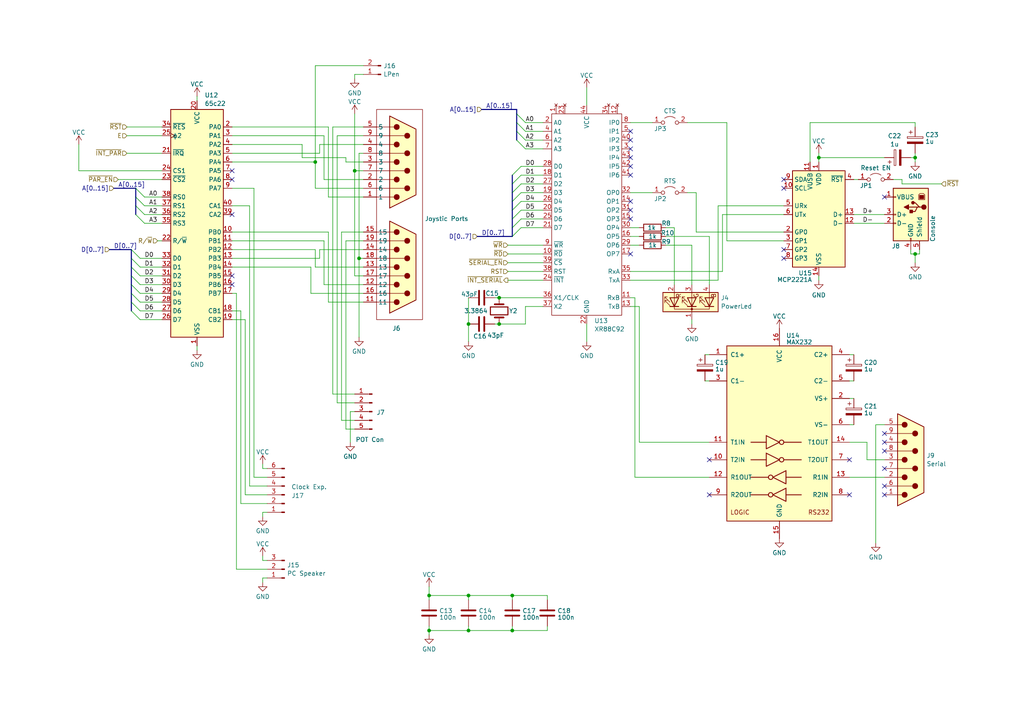
<source format=kicad_sch>
(kicad_sch (version 20231120) (generator "eeschema") (generator_version "8.0")
  (paper "A4")
  (title_block (title "MicroLind - Serial & Parallell") (date "2025-03-03") (rev "C0") (company "Eric Lind"))
  (lib_symbols
    (symbol "Connector:Conn_01x02_Pin" (pin_names (offset 1.016) hide)
      (property "Reference" "J" (at 0 2.54 0))
      (property "Value" "Conn_01x02_Pin" (at 0 -5.08 0))
      (symbol "Conn_01x02_Pin_1_1"
        (pin passive line (at 5.08 0 180) (length 3.81) (name "Pin_1") (number "1"))
        (pin passive line (at 5.08 -2.54 180) (length 3.81) (name "Pin_2") (number "2"))
      )
    )
    (symbol "Connector:Conn_01x03_Pin" (pin_names (offset 1.016) hide)
      (property "Reference" "J" (at 0 5.08 0))
      (property "Value" "Conn_01x03_Pin" (at 0 -5.08 0))
      (symbol "Conn_01x03_Pin_1_1"
        (pin passive line (at 5.08 2.54 180) (length 3.81) (name "Pin_1") (number "1"))
        (pin passive line (at 5.08 0 180) (length 3.81) (name "Pin_2") (number "2"))
        (pin passive line (at 5.08 -2.54 180) (length 3.81) (name "Pin_3") (number "3"))
      )
    )
    (symbol "Connector:Conn_01x06_Pin" (pin_names (offset 1.016) hide)
      (property "Reference" "J" (at 0 7.62 0))
      (property "Value" "Conn_01x06_Pin" (at 0 -10.16 0))
      (symbol "Conn_01x06_Pin_1_1"
        (pin passive line (at 5.08 5.08 180) (length 3.81) (name "Pin_1") (number "1"))
        (pin passive line (at 5.08 2.54 180) (length 3.81) (name "Pin_2") (number "2"))
        (pin passive line (at 5.08 0 180) (length 3.81) (name "Pin_3") (number "3"))
        (pin passive line (at 5.08 -2.54 180) (length 3.81) (name "Pin_4") (number "4"))
        (pin passive line (at 5.08 -5.08 180) (length 3.81) (name "Pin_5") (number "5"))
        (pin passive line (at 5.08 -7.62 180) (length 3.81) (name "Pin_6") (number "6"))
      )
    )
    (symbol "Connector:USB_B" (pin_names (offset 1.016))
      (property "Reference" "J" (at -5.08 11.43 0))
      (property "Value" "USB_B" (at -5.08 8.89 0))
      (symbol "USB_B_1_1"
        (pin power_out line (at 7.62 5.08 180) (length 2.54) (name "VBUS") (number "1"))
        (pin bidirectional line (at 7.62 -2.54 180) (length 2.54) (name "D-") (number "2"))
        (pin bidirectional line (at 7.62 0 180) (length 2.54) (name "D+") (number "3"))
        (pin power_out line (at 0 -10.16 90) (length 2.54) (name "GND") (number "4"))
        (pin passive line (at -2.54 -10.16 90) (length 2.54) (name "Shield") (number "5"))
      )
    )
    (symbol "Device:C" (pin_numbers hide) (pin_names (offset 0.254))
      (property "Reference" "C" (at 0.635 2.54 0))
      (property "Value" "C" (at 0.635 -2.54 0))
      (symbol "C_1_1"
        (pin passive line (at 0 3.81 270) (length 2.794) (name "~") (number "1"))
        (pin passive line (at 0 -3.81 90) (length 2.794) (name "~") (number "2"))
      )
    )
    (symbol "Device:C_Polarized" (pin_numbers hide) (pin_names (offset 0.254))
      (property "Reference" "C" (at 0.635 2.54 0))
      (property "Value" "C_Polarized" (at 0.635 -2.54 0))
      (symbol "C_Polarized_1_1"
        (pin passive line (at 0 3.81 270) (length 2.794) (name "~") (number "1"))
        (pin passive line (at 0 -3.81 90) (length 2.794) (name "~") (number "2"))
      )
    )
    (symbol "Device:Crystal" (pin_numbers hide) (pin_names (offset 1.016) hide)
      (property "Reference" "Y" (at 0 3.81 0))
      (property "Value" "Crystal" (at 0 -3.81 0))
      (symbol "Crystal_1_1"
        (pin passive line (at -3.81 0 0) (length 1.27) (name "1") (number "1"))
        (pin passive line (at 3.81 0 180) (length 1.27) (name "2") (number "2"))
      )
    )
    (symbol "Device:LED_KRGB" (pin_names (offset 0) hide)
      (property "Reference" "D" (at 0 9.398 0))
      (property "Value" "LED_KRGB" (at 0 -8.89 0))
      (symbol "LED_KRGB_0_0"
        (text "B" (at 1.905 -6.35 0) (effects (font (size 1.27 1.27))))
        (text "G" (at 1.905 -1.27 0) (effects (font (size 1.27 1.27))))
        (text "R" (at 1.905 3.81 0) (effects (font (size 1.27 1.27))))
      )
      (symbol "LED_KRGB_1_1"
        (pin passive line (at -5.08 0 0) (length 2.54) (name "K") (number "1"))
        (pin passive line (at 5.08 5.08 180) (length 2.54) (name "RA") (number "2"))
        (pin passive line (at 5.08 0 180) (length 2.54) (name "GA") (number "3"))
        (pin passive line (at 5.08 -5.08 180) (length 2.54) (name "BA") (number "4"))
      )
    )
    (symbol "Device:R" (pin_numbers hide) (pin_names (offset 0))
      (property "Reference" "R" (at 2.032 0 90))
      (property "Value" "R" (at 0 0 90))
      (symbol "R_1_1"
        (pin passive line (at 0 3.81 270) (length 1.27) (name "~") (number "1"))
        (pin passive line (at 0 -3.81 90) (length 1.27) (name "~") (number "2"))
      )
    )
    (symbol "Dual-DB9:Conn_01x05_Pin" (pin_names (offset 1.016) hide)
      (property "Reference" "J" (at 0 7.62 0))
      (property "Value" "Conn_01x05_Pin" (at 0 -7.62 0))
      (symbol "Conn_01x05_Pin_1_1"
        (pin passive line (at 5.08 5.08 180) (length 3.81) (name "Pin_1") (number "1"))
        (pin passive line (at 5.08 2.54 180) (length 3.81) (name "Pin_2") (number "2"))
        (pin passive line (at 5.08 0 180) (length 3.81) (name "Pin_3") (number "3"))
        (pin passive line (at 5.08 -2.54 180) (length 3.81) (name "Pin_4") (number "4"))
        (pin passive line (at 5.08 -5.08 180) (length 3.81) (name "Pin_5") (number "5"))
      )
    )
    (symbol "Dual-DB9:DE9_Plug" (pin_names (offset 1.016) hide)
      (property "Reference" "J" (at 0 13.97 0))
      (property "Value" "DE9_Plug" (at 0 -14.605 0))
      (symbol "DE9_Plug_1_1"
        (pin passive line (at -7.62 -10.16 0) (length 3.81) (name "1") (number "1"))
        (pin passive line (at -7.62 -5.08 0) (length 3.81) (name "2") (number "2"))
        (pin passive line (at -7.62 0 0) (length 3.81) (name "3") (number "3"))
        (pin passive line (at -7.62 5.08 0) (length 3.81) (name "4") (number "4"))
        (pin passive line (at -7.62 10.16 0) (length 3.81) (name "5") (number "5"))
        (pin passive line (at -7.62 -7.62 0) (length 3.81) (name "6") (number "6"))
        (pin passive line (at -7.62 -2.54 0) (length 3.81) (name "7") (number "7"))
        (pin passive line (at -7.62 2.54 0) (length 3.81) (name "8") (number "8"))
        (pin passive line (at -7.62 7.62 0) (length 3.81) (name "9") (number "9"))
      )
    )
    (symbol "Interface_UART:MAX232" (pin_names (offset 1.016))
      (property "Reference" "U" (at -2.54 28.575 0))
      (property "Value" "MAX232" (at -2.54 26.67 0))
      (symbol "MAX232_0_0"
        (text "LOGIC" (at -11.43 -22.86 0) (effects (font (size 1.27 1.27))))
        (text "RS232" (at 11.43 -22.86 0) (effects (font (size 1.27 1.27))))
      )
      (symbol "MAX232_1_1"
        (pin passive line (at -20.32 22.86 0) (length 5.08) (name "C1+") (number "1"))
        (pin input line (at -20.32 -7.62 0) (length 5.08) (name "T2IN") (number "10"))
        (pin input line (at -20.32 -2.54 0) (length 5.08) (name "T1IN") (number "11"))
        (pin output line (at -20.32 -12.7 0) (length 5.08) (name "R1OUT") (number "12"))
        (pin input line (at 20.32 -12.7 180) (length 5.08) (name "R1IN") (number "13"))
        (pin output line (at 20.32 -2.54 180) (length 5.08) (name "T1OUT") (number "14"))
        (pin power_in line (at 0 -30.48 90) (length 5.08) (name "GND") (number "15"))
        (pin power_in line (at 0 30.48 270) (length 5.08) (name "VCC") (number "16"))
        (pin power_out line (at 20.32 10.16 180) (length 5.08) (name "VS+") (number "2"))
        (pin passive line (at -20.32 15.24 0) (length 5.08) (name "C1-") (number "3"))
        (pin passive line (at 20.32 22.86 180) (length 5.08) (name "C2+") (number "4"))
        (pin passive line (at 20.32 15.24 180) (length 5.08) (name "C2-") (number "5"))
        (pin power_out line (at 20.32 2.54 180) (length 5.08) (name "VS-") (number "6"))
        (pin output line (at 20.32 -7.62 180) (length 5.08) (name "T2OUT") (number "7"))
        (pin input line (at 20.32 -17.78 180) (length 5.08) (name "R2IN") (number "8"))
        (pin output line (at -20.32 -17.78 0) (length 5.08) (name "R2OUT") (number "9"))
      )
    )
    (symbol "Interface_USB:MCP2221AxP"
      (property "Reference" "U" (at -7.62 16.51 0))
      (property "Value" "MCP2221AxP" (at 12.7 16.51 0))
      (symbol "MCP2221AxP_1_1"
        (pin power_in line (at 0 17.78 270) (length 2.54) (name "VDD") (number "1"))
        (pin bidirectional line (at 10.16 10.16 180) (length 2.54) (name "SCL") (number "10"))
        (pin passive line (at 2.54 17.78 270) (length 2.54) (name "VUSB") (number "11"))
        (pin bidirectional line (at -10.16 0 0) (length 2.54) (name "D-") (number "12"))
        (pin bidirectional line (at -10.16 2.54 0) (length 2.54) (name "D+") (number "13"))
        (pin power_in line (at 0 -15.24 90) (length 2.54) (name "VSS") (number "14"))
        (pin bidirectional line (at 10.16 -2.54 180) (length 2.54) (name "GP0") (number "2"))
        (pin bidirectional line (at 10.16 -5.08 180) (length 2.54) (name "GP1") (number "3"))
        (pin input line (at -10.16 12.7 0) (length 2.54) (name "~{RST}") (number "4"))
        (pin input line (at 10.16 5.08 180) (length 2.54) (name "URx") (number "5"))
        (pin output line (at 10.16 2.54 180) (length 2.54) (name "UTx") (number "6"))
        (pin bidirectional line (at 10.16 -7.62 180) (length 2.54) (name "GP2") (number "7"))
        (pin bidirectional line (at 10.16 -10.16 180) (length 2.54) (name "GP3") (number "8"))
        (pin bidirectional line (at 10.16 12.7 180) (length 2.54) (name "SDA") (number "9"))
      )
    )
    (symbol "Jumper:Jumper_2_Open" (pin_names (offset 0) hide)
      (property "Reference" "JP" (at 0 2.794 0))
      (property "Value" "Jumper_2_Open" (at 0 -2.286 0))
      (symbol "Jumper_2_Open_1_1"
        (pin passive line (at -5.08 0 0) (length 2.54) (name "A") (number "1"))
        (pin passive line (at 5.08 0 180) (length 2.54) (name "B") (number "2"))
      )
    )
    (symbol "PCM_65xx-library:6522"
      (property "Reference" "U" (at 2.54 38.1 0))
      (property "Value" "6522" (at 2.54 35.56 0))
      (symbol "6522_1_1"
        (pin power_in line (at 0 -35.56 90) (length 2.54) (name "VSS") (number "1"))
        (pin bidirectional line (at 10.16 -2.54 180) (length 2.54) (name "PB0") (number "10"))
        (pin bidirectional line (at 10.16 -5.08 180) (length 2.54) (name "PB1") (number "11"))
        (pin bidirectional line (at 10.16 -7.62 180) (length 2.54) (name "PB2") (number "12"))
        (pin bidirectional line (at 10.16 -10.16 180) (length 2.54) (name "PB3") (number "13"))
        (pin bidirectional line (at 10.16 -12.7 180) (length 2.54) (name "PB4") (number "14"))
        (pin bidirectional line (at 10.16 -15.24 180) (length 2.54) (name "PB5") (number "15"))
        (pin bidirectional line (at 10.16 -17.78 180) (length 2.54) (name "PB6") (number "16"))
        (pin bidirectional line (at 10.16 -20.32 180) (length 2.54) (name "PB7") (number "17"))
        (pin input line (at 10.16 -25.4 180) (length 2.54) (name "CB1") (number "18"))
        (pin bidirectional line (at 10.16 -27.94 180) (length 2.54) (name "CB2") (number "19"))
        (pin bidirectional line (at 10.16 27.94 180) (length 2.54) (name "PA0") (number "2"))
        (pin power_in line (at 0 35.56 270) (length 2.54) (name "VCC") (number "20"))
        (pin open_collector line (at -10.16 20.32 0) (length 2.54) (name "~{IRQ}") (number "21"))
        (pin input line (at -10.16 -5.08 0) (length 2.54) (name "R/~{W}") (number "22"))
        (pin input line (at -10.16 12.7 0) (length 2.54) (name "~{CS2}") (number "23"))
        (pin input line (at -10.16 15.24 0) (length 2.54) (name "CS1") (number "24"))
        (pin input clock (at -10.16 25.4 0) (length 2.54) (name "ϕ2") (number "25"))
        (pin bidirectional line (at -10.16 -27.94 0) (length 2.54) (name "D7") (number "26"))
        (pin bidirectional line (at -10.16 -25.4 0) (length 2.54) (name "D6") (number "27"))
        (pin bidirectional line (at -10.16 -22.86 0) (length 2.54) (name "D5") (number "28"))
        (pin bidirectional line (at -10.16 -20.32 0) (length 2.54) (name "D4") (number "29"))
        (pin bidirectional line (at 10.16 25.4 180) (length 2.54) (name "PA1") (number "3"))
        (pin bidirectional line (at -10.16 -17.78 0) (length 2.54) (name "D3") (number "30"))
        (pin bidirectional line (at -10.16 -15.24 0) (length 2.54) (name "D2") (number "31"))
        (pin bidirectional line (at -10.16 -12.7 0) (length 2.54) (name "D1") (number "32"))
        (pin bidirectional line (at -10.16 -10.16 0) (length 2.54) (name "D0") (number "33"))
        (pin input line (at -10.16 27.94 0) (length 2.54) (name "~{RES}") (number "34"))
        (pin input line (at -10.16 0 0) (length 2.54) (name "RS3") (number "35"))
        (pin input line (at -10.16 2.54 0) (length 2.54) (name "RS2") (number "36"))
        (pin input line (at -10.16 5.08 0) (length 2.54) (name "RS1") (number "37"))
        (pin input line (at -10.16 7.62 0) (length 2.54) (name "RS0") (number "38"))
        (pin bidirectional line (at 10.16 2.54 180) (length 2.54) (name "CA2") (number "39"))
        (pin bidirectional line (at 10.16 22.86 180) (length 2.54) (name "PA2") (number "4"))
        (pin input line (at 10.16 5.08 180) (length 2.54) (name "CA1") (number "40"))
        (pin bidirectional line (at 10.16 20.32 180) (length 2.54) (name "PA3") (number "5"))
        (pin bidirectional line (at 10.16 17.78 180) (length 2.54) (name "PA4") (number "6"))
        (pin bidirectional line (at 10.16 15.24 180) (length 2.54) (name "PA5") (number "7"))
        (pin bidirectional line (at 10.16 12.7 180) (length 2.54) (name "PA6") (number "8"))
        (pin bidirectional line (at 10.16 10.16 180) (length 2.54) (name "PA7") (number "9"))
      )
    )
    (symbol "motherboard:Dual-DB9"
      (property "Reference" "J" (at -1.27 -33.782 0))
      (symbol "Dual-DB9_1_1"
        (pin passive line (at -6.35 5.08 0) (length 3.81) (name "1") (number "1"))
        (pin passive line (at -6.35 -25.4 0) (length 3.81) (name "11") (number "11"))
        (pin passive line (at -6.35 -20.32 0) (length 3.81) (name "12") (number "12"))
        (pin passive line (at -6.35 -15.24 0) (length 3.81) (name "13") (number "13"))
        (pin passive line (at -6.35 -10.16 0) (length 3.81) (name "14") (number "14"))
        (pin passive line (at -6.35 -5.08 0) (length 3.81) (name "15") (number "15"))
        (pin passive line (at -6.35 -22.86 0) (length 3.81) (name "16") (number "16"))
        (pin passive line (at -6.35 -17.78 0) (length 3.81) (name "17") (number "17"))
        (pin passive line (at -6.35 -12.7 0) (length 3.81) (name "18") (number "18"))
        (pin passive line (at -6.35 -7.62 0) (length 3.81) (name "19") (number "19"))
        (pin passive line (at -6.35 10.16 0) (length 3.81) (name "2") (number "2"))
        (pin passive line (at -6.35 15.24 0) (length 3.81) (name "3") (number "3"))
        (pin passive line (at -6.35 20.32 0) (length 3.81) (name "4") (number "4"))
        (pin passive line (at -6.35 25.4 0) (length 3.81) (name "5") (number "5"))
        (pin passive line (at -6.35 7.62 0) (length 3.81) (name "6") (number "6"))
        (pin passive line (at -6.35 12.7 0) (length 3.81) (name "7") (number "7"))
        (pin passive line (at -6.35 17.78 0) (length 3.81) (name "8") (number "8"))
        (pin passive line (at -6.35 22.86 0) (length 3.81) (name "9") (number "9"))
      )
    )
    (symbol "motherboard:scc2692_plcc44"
      (property "Reference" "U13" (at 2.1941 -0.3231 0))
      (property "Value" "XR88C92" (at 2.1941 -2.7474 0))
      (symbol "scc2692_plcc44_1_1"
        (pin no_connect line (at -8.89 62.23 270) (length 2.54) (name "") (number "1"))
        (pin input line (at -12.7 19.05 0) (length 2.54) (name "~{RD}") (number "10"))
        (pin input line (at 12.7 6.35 180) (length 2.54) (name "RxB") (number "11"))
        (pin no_connect line (at 8.89 62.23 270) (length 2.54) (name "") (number "12"))
        (pin output line (at 12.7 3.81 180) (length 2.54) (name "TxB") (number "13"))
        (pin output line (at 12.7 34.29 180) (length 2.54) (name "OP1") (number "14"))
        (pin output line (at 12.7 29.21 180) (length 2.54) (name "OP3") (number "15"))
        (pin output line (at 12.7 24.13 180) (length 2.54) (name "OP5") (number "16"))
        (pin output line (at 12.7 19.05 180) (length 2.54) (name "OP7") (number "17"))
        (pin bidirectional line (at -12.7 41.91 0) (length 2.54) (name "D1") (number "18"))
        (pin bidirectional line (at -12.7 36.83 0) (length 2.54) (name "D3") (number "19"))
        (pin input line (at -12.7 57.15 0) (length 2.54) (name "A0") (number "2"))
        (pin bidirectional line (at -12.7 31.75 0) (length 2.54) (name "D5") (number "20"))
        (pin bidirectional line (at -12.7 26.67 0) (length 2.54) (name "D7") (number "21"))
        (pin power_in line (at 0 -1.27 90) (length 2.54) (name "GND") (number "22"))
        (pin no_connect line (at -6.35 62.23 270) (length 2.54) (name "") (number "23"))
        (pin output line (at -12.7 11.43 0) (length 2.54) (name "~{INT}") (number "24"))
        (pin bidirectional line (at -12.7 29.21 0) (length 2.54) (name "D6") (number "25"))
        (pin bidirectional line (at -12.7 34.29 0) (length 2.54) (name "D4") (number "26"))
        (pin bidirectional line (at -12.7 39.37 0) (length 2.54) (name "D2") (number "27"))
        (pin bidirectional line (at -12.7 44.45 0) (length 2.54) (name "D0") (number "28"))
        (pin output line (at 12.7 21.59 180) (length 2.54) (name "OP6") (number "29"))
        (pin input line (at 12.7 49.53 180) (length 2.54) (name "IP3") (number "3"))
        (pin output line (at 12.7 26.67 180) (length 2.54) (name "OP4") (number "30"))
        (pin output line (at 12.7 31.75 180) (length 2.54) (name "OP2") (number "31"))
        (pin output line (at 12.7 36.83 180) (length 2.54) (name "OP0") (number "32"))
        (pin output line (at 12.7 11.43 180) (length 2.54) (name "TxA") (number "33"))
        (pin no_connect line (at 6.35 62.23 270) (length 2.54) (name "") (number "34"))
        (pin input line (at 12.7 13.97 180) (length 2.54) (name "RxA") (number "35"))
        (pin input line (at -12.7 6.35 0) (length 2.54) (name "X1/CLK") (number "36"))
        (pin input line (at -12.7 3.81 0) (length 2.54) (name "X2") (number "37"))
        (pin input line (at -12.7 13.97 0) (length 2.54) (name "RST") (number "38"))
        (pin input line (at -12.7 16.51 0) (length 2.54) (name "~{CS}") (number "39"))
        (pin input line (at -12.7 54.61 0) (length 2.54) (name "A1") (number "4"))
        (pin input line (at 12.7 52.07 180) (length 2.54) (name "IP2") (number "40"))
        (pin bidirectional line (at 12.7 41.91 180) (length 2.54) (name "IP6") (number "41"))
        (pin bidirectional line (at 12.7 44.45 180) (length 2.54) (name "IP5") (number "42"))
        (pin bidirectional line (at 12.7 46.99 180) (length 2.54) (name "IP4") (number "43"))
        (pin power_in line (at 0 62.23 270) (length 2.54) (name "VCC") (number "44"))
        (pin input line (at 12.7 54.61 180) (length 2.54) (name "IP1") (number "5"))
        (pin input line (at -12.7 52.07 0) (length 2.54) (name "A2") (number "6"))
        (pin input line (at -12.7 49.53 0) (length 2.54) (name "A3") (number "7"))
        (pin input line (at 12.7 57.15 180) (length 2.54) (name "IP0") (number "8"))
        (pin input line (at -12.7 21.59 0) (length 2.54) (name "~{WR}") (number "9"))
      )
    )
    (symbol "power:GND" (power) (pin_names (offset 0))
      (property "Value" "GND" (at 0 -3.81 0))
      (symbol "GND_1_1"
        (pin power_in line (at 0 0 270) (length 0) hide (name "GND") (number "1"))
      )
    )
    (symbol "power:VCC" (power) (pin_names (offset 0))
      (property "Value" "VCC" (at 0 3.81 0))
      (symbol "VCC_1_1"
        (pin power_in line (at 0 0 90) (length 0) hide (name "VCC") (number "1"))
      )
    )
  )
  (junction (at 135.89 93.98))
  (junction (at 124.46 172.72))
  (junction (at 135.89 182.88))
  (junction (at 144.78 86.36))
  (junction (at 237.49 45.72))
  (junction (at 135.89 172.72))
  (junction (at 265.43 73.66))
  (junction (at 102.87 49.53))
  (junction (at 265.43 45.72))
  (junction (at 104.14 74.93))
  (junction (at 124.46 182.88))
  (junction (at 91.44 46.99))
  (junction (at 148.59 182.88))
  (junction (at 144.78 93.98))
  (junction (at 148.59 172.72))
  (no_connect (at 182.88 60.96))
  (no_connect (at 246.38 133.35))
  (no_connect (at 67.31 62.23))
  (no_connect (at 256.54 130.81))
  (no_connect (at 182.88 43.18))
  (no_connect (at 182.88 58.42))
  (no_connect (at 256.54 143.51))
  (no_connect (at 182.88 45.72))
  (no_connect (at 256.54 57.15))
  (no_connect (at 182.88 48.26))
  (no_connect (at 227.33 74.93))
  (no_connect (at 256.54 140.97))
  (no_connect (at 67.31 52.07))
  (no_connect (at 256.54 128.27))
  (no_connect (at 256.54 135.89))
  (no_connect (at 205.74 143.51))
  (no_connect (at 256.54 125.73))
  (no_connect (at 227.33 72.39))
  (no_connect (at 205.74 133.35))
  (no_connect (at 182.88 73.66))
  (no_connect (at 246.38 143.51))
  (no_connect (at 182.88 38.1))
  (no_connect (at 182.88 50.8))
  (no_connect (at 67.31 49.53))
  (no_connect (at 67.31 80.01))
  (no_connect (at 182.88 63.5))
  (no_connect (at 227.33 52.07))
  (no_connect (at 182.88 40.64))
  (no_connect (at 227.33 54.61))
  (no_connect (at 67.31 82.55))
  (bus_entry (at 39.37 62.23) (size 2.54 2.54))
  (bus_entry (at 149.86 38.1) (size 2.54 2.54))
  (bus_entry (at 39.37 54.61) (size 2.54 2.54))
  (bus_entry (at 148.59 58.42) (size 2.54 -2.54))
  (bus_entry (at 149.86 40.64) (size 2.54 2.54))
  (bus_entry (at 148.59 68.58) (size 2.54 -2.54))
  (bus_entry (at 38.1 82.55) (size 2.54 2.54))
  (bus_entry (at 148.59 60.96) (size 2.54 -2.54))
  (bus_entry (at 38.1 87.63) (size 2.54 2.54))
  (bus_entry (at 38.1 80.01) (size 2.54 2.54))
  (bus_entry (at 38.1 74.93) (size 2.54 2.54))
  (bus_entry (at 149.86 35.56) (size 2.54 2.54))
  (bus_entry (at 38.1 90.17) (size 2.54 2.54))
  (bus_entry (at 39.37 57.15) (size 2.54 2.54))
  (bus_entry (at 148.59 66.04) (size 2.54 -2.54))
  (bus_entry (at 149.86 33.02) (size 2.54 2.54))
  (bus_entry (at 148.59 53.34) (size 2.54 -2.54))
  (bus_entry (at 38.1 72.39) (size 2.54 2.54))
  (bus_entry (at 148.59 55.88) (size 2.54 -2.54))
  (bus_entry (at 38.1 85.09) (size 2.54 2.54))
  (bus_entry (at 148.59 50.8) (size 2.54 -2.54))
  (bus_entry (at 148.59 63.5) (size 2.54 -2.54))
  (bus_entry (at 39.37 59.69) (size 2.54 2.54))
  (bus_entry (at 38.1 77.47) (size 2.54 2.54))
  (wire (pts (xy 135.89 86.36) (xy 135.89 93.98)))
  (bus (pts (xy 149.86 35.56) (xy 149.86 38.1)))
  (wire (pts (xy 152.4 43.18) (xy 157.48 43.18)))
  (wire (pts (xy 105.41 77.47) (xy 91.44 77.47)))
  (wire (pts (xy 105.41 82.55) (xy 93.98 82.55)))
  (wire (pts (xy 237.49 44.45) (xy 237.49 45.72)))
  (wire (pts (xy 210.82 35.56) (xy 199.39 35.56)))
  (wire (pts (xy 147.32 76.2) (xy 157.48 76.2)))
  (wire (pts (xy 102.87 33.02) (xy 102.87 49.53)))
  (wire (pts (xy 151.13 63.5) (xy 157.48 63.5)))
  (wire (pts (xy 40.64 77.47) (xy 46.99 77.47)))
  (wire (pts (xy 135.89 182.88) (xy 148.59 182.88)))
  (wire (pts (xy 273.05 53.34) (xy 261.62 53.34)))
  (wire (pts (xy 90.17 85.09) (xy 90.17 77.47)))
  (wire (pts (xy 151.13 50.8) (xy 157.48 50.8)))
  (wire (pts (xy 105.41 54.61) (xy 91.44 54.61)))
  (wire (pts (xy 195.58 66.04) (xy 195.58 82.55)))
  (wire (pts (xy 41.91 64.77) (xy 46.99 64.77)))
  (wire (pts (xy 71.12 143.51) (xy 77.47 143.51)))
  (wire (pts (xy 144.78 93.98) (xy 152.4 93.98)))
  (wire (pts (xy 124.46 182.88) (xy 124.46 184.15)))
  (wire (pts (xy 36.83 39.37) (xy 46.99 39.37)))
  (wire (pts (xy 68.58 85.09) (xy 68.58 165.1)))
  (wire (pts (xy 87.63 41.91) (xy 87.63 45.72)))
  (wire (pts (xy 208.28 59.69) (xy 227.33 59.69)))
  (bus (pts (xy 138.43 68.58) (xy 148.59 68.58)))
  (wire (pts (xy 124.46 181.61) (xy 124.46 182.88)))
  (wire (pts (xy 246.38 110.49) (xy 247.65 110.49)))
  (bus (pts (xy 149.86 33.02) (xy 149.86 35.56)))
  (wire (pts (xy 193.04 71.12) (xy 200.66 71.12)))
  (wire (pts (xy 92.71 72.39) (xy 92.71 74.93)))
  (bus (pts (xy 31.75 72.39) (xy 38.1 72.39)))
  (wire (pts (xy 76.2 162.56) (xy 77.47 162.56)))
  (wire (pts (xy 40.64 82.55) (xy 46.99 82.55)))
  (wire (pts (xy 266.7 72.39) (xy 266.7 73.66)))
  (wire (pts (xy 92.71 74.93) (xy 67.31 74.93)))
  (bus (pts (xy 148.59 66.04) (xy 148.59 63.5)))
  (bus (pts (xy 148.59 55.88) (xy 148.59 53.34)))
  (wire (pts (xy 135.89 182.88) (xy 135.89 181.61)))
  (wire (pts (xy 105.41 57.15) (xy 95.25 57.15)))
  (wire (pts (xy 95.25 36.83) (xy 67.31 36.83)))
  (wire (pts (xy 185.42 128.27) (xy 205.74 128.27)))
  (wire (pts (xy 76.2 135.89) (xy 76.2 134.62)))
  (wire (pts (xy 93.98 52.07) (xy 93.98 39.37)))
  (bus (pts (xy 39.37 57.15) (xy 39.37 54.61)))
  (wire (pts (xy 204.47 102.87) (xy 205.74 102.87)))
  (wire (pts (xy 76.2 161.29) (xy 76.2 162.56)))
  (wire (pts (xy 77.47 146.05) (xy 69.85 146.05)))
  (wire (pts (xy 143.51 86.36) (xy 144.78 86.36)))
  (wire (pts (xy 91.44 19.05) (xy 91.44 46.99)))
  (wire (pts (xy 76.2 168.91) (xy 76.2 167.64)))
  (wire (pts (xy 210.82 69.85) (xy 210.82 35.56)))
  (wire (pts (xy 193.04 66.04) (xy 195.58 66.04)))
  (wire (pts (xy 93.98 69.85) (xy 67.31 69.85)))
  (wire (pts (xy 100.33 124.46) (xy 100.33 69.85)))
  (wire (pts (xy 71.12 92.71) (xy 71.12 143.51)))
  (wire (pts (xy 67.31 41.91) (xy 87.63 41.91)))
  (wire (pts (xy 40.64 80.01) (xy 46.99 80.01)))
  (wire (pts (xy 72.39 59.69) (xy 72.39 140.97)))
  (wire (pts (xy 246.38 128.27) (xy 251.46 128.27)))
  (wire (pts (xy 158.75 182.88) (xy 158.75 181.61)))
  (wire (pts (xy 97.79 39.37) (xy 105.41 39.37)))
  (wire (pts (xy 67.31 77.47) (xy 90.17 77.47)))
  (wire (pts (xy 124.46 182.88) (xy 135.89 182.88)))
  (bus (pts (xy 149.86 31.75) (xy 149.86 33.02)))
  (wire (pts (xy 76.2 167.64) (xy 77.47 167.64)))
  (wire (pts (xy 69.85 146.05) (xy 69.85 90.17)))
  (wire (pts (xy 93.98 39.37) (xy 67.31 39.37)))
  (wire (pts (xy 101.6 119.38) (xy 101.6 128.27)))
  (wire (pts (xy 105.41 87.63) (xy 95.25 87.63)))
  (wire (pts (xy 87.63 45.72) (xy 100.33 45.72)))
  (wire (pts (xy 237.49 45.72) (xy 256.54 45.72)))
  (wire (pts (xy 40.64 74.93) (xy 46.99 74.93)))
  (wire (pts (xy 105.41 52.07) (xy 93.98 52.07)))
  (wire (pts (xy 45.72 69.85) (xy 46.99 69.85)))
  (wire (pts (xy 67.31 92.71) (xy 71.12 92.71)))
  (wire (pts (xy 152.4 40.64) (xy 157.48 40.64)))
  (wire (pts (xy 92.71 72.39) (xy 105.41 72.39)))
  (wire (pts (xy 40.64 87.63) (xy 46.99 87.63)))
  (bus (pts (xy 38.1 77.47) (xy 38.1 80.01)))
  (wire (pts (xy 170.18 25.4) (xy 170.18 30.48)))
  (wire (pts (xy 135.89 172.72) (xy 148.59 172.72)))
  (wire (pts (xy 201.93 67.31) (xy 227.33 67.31)))
  (wire (pts (xy 148.59 172.72) (xy 148.59 173.99)))
  (wire (pts (xy 102.87 49.53) (xy 102.87 80.01)))
  (wire (pts (xy 41.91 59.69) (xy 46.99 59.69)))
  (wire (pts (xy 205.74 68.58) (xy 205.74 82.55)))
  (wire (pts (xy 151.13 60.96) (xy 157.48 60.96)))
  (wire (pts (xy 251.46 133.35) (xy 256.54 133.35)))
  (wire (pts (xy 151.13 58.42) (xy 157.48 58.42)))
  (wire (pts (xy 100.33 46.99) (xy 105.41 46.99)))
  (wire (pts (xy 105.41 44.45) (xy 104.14 44.45)))
  (wire (pts (xy 151.13 53.34) (xy 157.48 53.34)))
  (wire (pts (xy 102.87 116.84) (xy 97.79 116.84)))
  (wire (pts (xy 209.55 62.23) (xy 227.33 62.23)))
  (wire (pts (xy 91.44 77.47) (xy 91.44 72.39)))
  (wire (pts (xy 246.38 115.57) (xy 247.65 115.57)))
  (wire (pts (xy 200.66 71.12) (xy 200.66 82.55)))
  (wire (pts (xy 182.88 86.36) (xy 184.15 86.36)))
  (wire (pts (xy 41.91 57.15) (xy 46.99 57.15)))
  (wire (pts (xy 40.64 92.71) (xy 46.99 92.71)))
  (wire (pts (xy 265.43 45.72) (xy 265.43 46.99)))
  (wire (pts (xy 182.88 35.56) (xy 189.23 35.56)))
  (wire (pts (xy 100.33 69.85) (xy 105.41 69.85)))
  (wire (pts (xy 147.32 81.28) (xy 157.48 81.28)))
  (wire (pts (xy 152.4 38.1) (xy 157.48 38.1)))
  (wire (pts (xy 69.85 90.17) (xy 67.31 90.17)))
  (bus (pts (xy 149.86 38.1) (xy 149.86 40.64)))
  (wire (pts (xy 72.39 59.69) (xy 67.31 59.69)))
  (wire (pts (xy 36.83 44.45) (xy 46.99 44.45)))
  (wire (pts (xy 201.93 55.88) (xy 201.93 67.31)))
  (wire (pts (xy 148.59 182.88) (xy 158.75 182.88)))
  (wire (pts (xy 227.33 69.85) (xy 210.82 69.85)))
  (bus (pts (xy 148.59 60.96) (xy 148.59 58.42)))
  (wire (pts (xy 193.04 68.58) (xy 205.74 68.58)))
  (wire (pts (xy 185.42 88.9) (xy 185.42 128.27)))
  (wire (pts (xy 95.25 67.31) (xy 67.31 67.31)))
  (wire (pts (xy 104.14 44.45) (xy 104.14 74.93)))
  (wire (pts (xy 57.15 27.94) (xy 57.15 29.21)))
  (wire (pts (xy 152.4 93.98) (xy 152.4 88.9)))
  (wire (pts (xy 124.46 172.72) (xy 135.89 172.72)))
  (wire (pts (xy 41.91 62.23) (xy 46.99 62.23)))
  (wire (pts (xy 105.41 74.93) (xy 104.14 74.93)))
  (wire (pts (xy 101.6 119.38) (xy 102.87 119.38)))
  (wire (pts (xy 40.64 85.09) (xy 46.99 85.09)))
  (wire (pts (xy 152.4 35.56) (xy 157.48 35.56)))
  (wire (pts (xy 92.71 44.45) (xy 67.31 44.45)))
  (wire (pts (xy 102.87 121.92) (xy 99.06 121.92)))
  (wire (pts (xy 237.49 80.01) (xy 237.49 81.28)))
  (wire (pts (xy 148.59 182.88) (xy 148.59 181.61)))
  (wire (pts (xy 57.15 100.33) (xy 57.15 101.6)))
  (wire (pts (xy 77.47 135.89) (xy 76.2 135.89)))
  (bus (pts (xy 148.59 63.5) (xy 148.59 60.96)))
  (wire (pts (xy 147.32 73.66) (xy 157.48 73.66)))
  (wire (pts (xy 254 123.19) (xy 254 157.48)))
  (wire (pts (xy 246.38 102.87) (xy 247.65 102.87)))
  (wire (pts (xy 234.95 35.56) (xy 234.95 46.99)))
  (wire (pts (xy 182.88 71.12) (xy 185.42 71.12)))
  (wire (pts (xy 67.31 46.99) (xy 91.44 46.99)))
  (wire (pts (xy 102.87 124.46) (xy 100.33 124.46)))
  (wire (pts (xy 184.15 138.43) (xy 205.74 138.43)))
  (wire (pts (xy 77.47 140.97) (xy 72.39 140.97)))
  (wire (pts (xy 68.58 165.1) (xy 77.47 165.1)))
  (wire (pts (xy 209.55 78.74) (xy 182.88 78.74)))
  (wire (pts (xy 261.62 52.07) (xy 259.08 52.07)))
  (wire (pts (xy 208.28 59.69) (xy 208.28 81.28)))
  (wire (pts (xy 97.79 116.84) (xy 97.79 39.37)))
  (wire (pts (xy 182.88 88.9) (xy 185.42 88.9)))
  (wire (pts (xy 105.41 49.53) (xy 102.87 49.53)))
  (wire (pts (xy 22.86 49.53) (xy 46.99 49.53)))
  (wire (pts (xy 182.88 55.88) (xy 189.23 55.88)))
  (bus (pts (xy 39.37 59.69) (xy 39.37 57.15)))
  (wire (pts (xy 91.44 46.99) (xy 91.44 54.61)))
  (wire (pts (xy 151.13 55.88) (xy 157.48 55.88)))
  (wire (pts (xy 96.52 114.3) (xy 102.87 114.3)))
  (wire (pts (xy 265.43 73.66) (xy 265.43 76.2)))
  (bus (pts (xy 38.1 80.01) (xy 38.1 82.55)))
  (bus (pts (xy 38.1 82.55) (xy 38.1 85.09)))
  (wire (pts (xy 95.25 87.63) (xy 95.25 67.31)))
  (wire (pts (xy 170.18 99.06) (xy 170.18 93.98)))
  (wire (pts (xy 77.47 148.59) (xy 76.2 148.59)))
  (wire (pts (xy 158.75 172.72) (xy 158.75 173.99)))
  (wire (pts (xy 265.43 35.56) (xy 234.95 35.56)))
  (bus (pts (xy 38.1 87.63) (xy 38.1 90.17)))
  (wire (pts (xy 265.43 36.83) (xy 265.43 35.56)))
  (wire (pts (xy 143.51 93.98) (xy 144.78 93.98)))
  (wire (pts (xy 105.41 85.09) (xy 90.17 85.09)))
  (wire (pts (xy 34.29 52.07) (xy 46.99 52.07)))
  (wire (pts (xy 237.49 45.72) (xy 237.49 46.99)))
  (wire (pts (xy 246.38 123.19) (xy 247.65 123.19)))
  (bus (pts (xy 38.1 74.93) (xy 38.1 77.47)))
  (wire (pts (xy 265.43 73.66) (xy 264.16 73.66)))
  (wire (pts (xy 247.65 62.23) (xy 256.54 62.23)))
  (wire (pts (xy 151.13 66.04) (xy 157.48 66.04)))
  (wire (pts (xy 124.46 170.18) (xy 124.46 172.72)))
  (wire (pts (xy 261.62 53.34) (xy 261.62 52.07)))
  (wire (pts (xy 99.06 67.31) (xy 105.41 67.31)))
  (bus (pts (xy 139.7 31.75) (xy 149.86 31.75)))
  (wire (pts (xy 105.41 36.83) (xy 96.52 36.83)))
  (wire (pts (xy 67.31 54.61) (xy 73.66 54.61)))
  (wire (pts (xy 104.14 74.93) (xy 104.14 97.79)))
  (wire (pts (xy 102.87 80.01) (xy 105.41 80.01)))
  (wire (pts (xy 182.88 68.58) (xy 185.42 68.58)))
  (wire (pts (xy 135.89 99.06) (xy 135.89 93.98)))
  (wire (pts (xy 209.55 62.23) (xy 209.55 78.74)))
  (wire (pts (xy 182.88 66.04) (xy 185.42 66.04)))
  (wire (pts (xy 254 123.19) (xy 256.54 123.19)))
  (wire (pts (xy 91.44 72.39) (xy 67.31 72.39)))
  (bus (pts (xy 38.1 72.39) (xy 38.1 74.93)))
  (wire (pts (xy 147.32 78.74) (xy 157.48 78.74)))
  (wire (pts (xy 99.06 121.92) (xy 99.06 67.31)))
  (wire (pts (xy 100.33 45.72) (xy 100.33 46.99)))
  (wire (pts (xy 265.43 73.66) (xy 266.7 73.66)))
  (wire (pts (xy 22.86 41.91) (xy 22.86 49.53)))
  (wire (pts (xy 199.39 55.88) (xy 201.93 55.88)))
  (bus (pts (xy 39.37 62.23) (xy 39.37 59.69)))
  (wire (pts (xy 40.64 90.17) (xy 46.99 90.17)))
  (wire (pts (xy 95.25 57.15) (xy 95.25 36.83)))
  (wire (pts (xy 264.16 45.72) (xy 265.43 45.72)))
  (wire (pts (xy 147.32 71.12) (xy 157.48 71.12)))
  (wire (pts (xy 96.52 36.83) (xy 96.52 114.3)))
  (wire (pts (xy 246.38 138.43) (xy 256.54 138.43)))
  (wire (pts (xy 73.66 54.61) (xy 73.66 138.43)))
  (wire (pts (xy 135.89 172.72) (xy 135.89 173.99)))
  (wire (pts (xy 184.15 86.36) (xy 184.15 138.43)))
  (wire (pts (xy 265.43 44.45) (xy 265.43 45.72)))
  (wire (pts (xy 200.66 92.71) (xy 200.66 93.98)))
  (wire (pts (xy 91.44 19.05) (xy 105.41 19.05)))
  (bus (pts (xy 148.59 68.58) (xy 148.59 66.04)))
  (bus (pts (xy 148.59 58.42) (xy 148.59 55.88)))
  (wire (pts (xy 264.16 72.39) (xy 264.16 73.66)))
  (wire (pts (xy 36.83 36.83) (xy 46.99 36.83)))
  (bus (pts (xy 148.59 53.34) (xy 148.59 50.8)))
  (wire (pts (xy 151.13 48.26) (xy 157.48 48.26)))
  (wire (pts (xy 102.87 21.59) (xy 102.87 22.86)))
  (wire (pts (xy 204.47 110.49) (xy 205.74 110.49)))
  (bus (pts (xy 38.1 85.09) (xy 38.1 87.63)))
  (wire (pts (xy 251.46 128.27) (xy 251.46 133.35)))
  (wire (pts (xy 102.87 21.59) (xy 105.41 21.59)))
  (wire (pts (xy 76.2 148.59) (xy 76.2 149.86)))
  (wire (pts (xy 144.78 86.36) (xy 157.48 86.36)))
  (wire (pts (xy 152.4 88.9) (xy 157.48 88.9)))
  (bus (pts (xy 33.02 54.61) (xy 39.37 54.61)))
  (wire (pts (xy 93.98 82.55) (xy 93.98 69.85)))
  (wire (pts (xy 73.66 138.43) (xy 77.47 138.43)))
  (wire (pts (xy 92.71 41.91) (xy 92.71 44.45)))
  (wire (pts (xy 148.59 172.72) (xy 158.75 172.72)))
  (wire (pts (xy 105.41 41.91) (xy 92.71 41.91)))
  (wire (pts (xy 182.88 81.28) (xy 208.28 81.28)))
  (wire (pts (xy 248.92 52.07) (xy 247.65 52.07)))
  (wire (pts (xy 124.46 172.72) (xy 124.46 173.99)))
  (wire (pts (xy 247.65 64.77) (xy 256.54 64.77)))
  (wire (pts (xy 68.58 85.09) (xy 67.31 85.09)))
  (text "~" (at 158.75 55.626 0) (effects (font (size 1.27 1.27))))
  (label "D5" (at 41.91 87.63 0))
  (label "D[0..7]" (at 33.02 72.39 0))
  (label "A2" (at 43.18 62.23 0))
  (label "A1" (at 152.4 38.1 0))
  (label "D[0..7]" (at 139.7 68.58 0))
  (label "D3" (at 152.4 55.88 0))
  (label "A[0..15]" (at 34.29 54.61 0))
  (label "A0" (at 152.4 35.56 0))
  (label "D0" (at 41.91 74.93 0))
  (label "D7" (at 41.91 92.71 0))
  (label "D4" (at 41.91 85.09 0))
  (label "A1" (at 43.18 59.69 0))
  (label "D-" (at 250.19 64.77 0))
  (label "D0" (at 152.4 48.26 0))
  (label "A3" (at 43.18 64.77 0))
  (label "D3" (at 41.91 82.55 0))
  (label "D7" (at 152.4 66.04 0))
  (label "A[0..15]" (at 140.97 31.75 0))
  (label "A3" (at 152.4 43.18 0))
  (label "D2" (at 152.4 53.34 0))
  (label "D6" (at 41.91 90.17 0))
  (label "D6" (at 152.4 63.5 0))
  (label "D4" (at 152.4 58.42 0))
  (label "D5" (at 152.4 60.96 0))
  (label "D+" (at 250.19 62.23 0))
  (label "A2" (at 152.4 40.64 0))
  (label "D2" (at 41.91 80.01 0))
  (label "D1" (at 152.4 50.8 0))
  (label "A0" (at 43.18 57.15 0))
  (label "D1" (at 41.91 77.47 0))
  (hierarchical_label "E" (shape input) (at 36.83 39.37 180))
  (hierarchical_label "~{INT_PAR}" (shape input) (at 36.83 44.45 180))
  (hierarchical_label "R{slash}~{W}" (shape input) (at 45.72 69.85 180))
  (hierarchical_label "A[0..15]" (shape input) (at 139.7 31.75 180))
  (hierarchical_label "D[0..7]" (shape input) (at 138.43 68.58 180))
  (hierarchical_label "~{WR}" (shape input) (at 147.32 71.12 180))
  (hierarchical_label "RST" (shape input) (at 147.32 78.74 180))
  (hierarchical_label "~{PAR_EN}" (shape input) (at 34.29 52.07 180))
  (hierarchical_label "D[0..7]" (shape input) (at 31.75 72.39 180))
  (hierarchical_label "~{RST}" (shape input) (at 36.83 36.83 180))
  (hierarchical_label "~{SERIAL_EN}" (shape input) (at 147.32 76.2 180))
  (hierarchical_label "~{RD}" (shape input) (at 147.32 73.66 180))
  (hierarchical_label "A[0..15]" (shape input) (at 33.02 54.61 180))
  (hierarchical_label "~{RST}" (shape input) (at 273.05 53.34 0))
  (hierarchical_label "~{INT_SERIAL}" (shape output) (at 147.32 81.28 180))
  (symbol (lib_id "power:VCC") (at 237.49 44.45 0) (unit 1)
    (property "Reference" "#PWR043" (effects (hide yes)))
    (property "Value" "VCC" (at 237.49 40.9481 0))
  )
  (symbol (lib_id "Dual-DB9:Conn_01x05_Pin") (at 107.95 119.38 0) (mirror y) (unit 1)
    (property "Reference" "J7" (at 109.22 119.634 0) (effects (justify right)))
    (property "Value" "POT Con" (at 103.124 127.508 0) (effects (justify right)))
    (property "Footprint" "Connector_PinHeader_2.54mm:PinHeader_1x05_P2.54mm_Vertical" (effects (hide yes)))
    (property "Description" "Generic connector, single row, 01x05, script generated" (effects (hide yes)))
  )
  (symbol (lib_id "Interface_USB:MCP2221AxP") (at 237.49 64.77 0) (mirror y) (unit 1)
    (property "Reference" "U15" (at 235.5341 79.1925 0) (effects (justify left)))
    (property "Value" "MCP2221A" (at 235.5341 81.1135 0) (effects (justify left)))
    (property "Footprint" "Package_DIP:DIP-14_W7.62mm_Socket" (effects (hide yes)))
    (property "Datasheet" "http://ww1.microchip.com/downloads/en/DeviceDoc/20005565B.pdf" (effects (hide yes)))
  )
  (symbol (lib_id "power:VCC") (at 22.86 41.91 0) (unit 1)
    (property "Reference" "#PWR029" (effects (hide yes)))
    (property "Value" "VCC" (at 22.86 38.4081 0))
  )
  (symbol (lib_id "power:VCC") (at 57.15 27.94 0) (unit 1)
    (property "Reference" "#PWR030" (effects (hide yes)))
    (property "Value" "VCC" (at 57.15 24.4381 0))
  )
  (symbol (lib_id "Device:R") (at 189.23 66.04 270) (unit 1)
    (property "Reference" "R8" (at 194.564 64.77 90) (effects (justify right)))
    (property "Value" "1k" (at 190.246 66.04 90) (effects (justify right)))
    (property "Footprint" "Resistor_THT:R_Axial_DIN0204_L3.6mm_D1.6mm_P7.62mm_Horizontal" (effects (hide yes)))
    (property "Description" "Resistor" (effects (hide yes)))
  )
  (symbol (lib_id "Device:C_Polarized") (at 247.65 106.68 0) (unit 1)
    (property "Reference" "C20" (at 250.571 105.1473 0) (effects (justify left)))
    (property "Value" "1u" (at 250.571 107.0683 0) (effects (justify left)))
    (property "Footprint" "Capacitor_THT:CP_Radial_D4.0mm_P2.00mm" (effects (hide yes)))
  )
  (symbol (lib_id "power:GND") (at 170.18 99.06 0) (unit 1)
    (property "Reference" "#PWR040" (effects (hide yes)))
    (property "Value" "GND" (at 170.18 103.1955 0))
  )
  (symbol (lib_id "Connector:USB_B") (at 264.16 62.23 0) (mirror y) (unit 1)
    (property "Reference" "J8" (at 259.842 71.374 0))
    (property "Value" "Console" (at 270.51 66.294 90))
    (property "Footprint" "Connector_USB:USB_B_Lumberg_2411_02_Horizontal" (effects (hide yes)))
  )
  (symbol (lib_id "Device:R") (at 189.23 71.12 270) (unit 1)
    (property "Reference" "R9" (at 194.564 70.104 90) (effects (justify right)))
    (property "Value" "1k" (at 190.5 71.12 90) (effects (justify right)))
    (property "Footprint" "Resistor_THT:R_Axial_DIN0204_L3.6mm_D1.6mm_P7.62mm_Horizontal" (effects (hide yes)))
    (property "Description" "Resistor" (effects (hide yes)))
  )
  (symbol (lib_id "power:GND") (at 102.87 22.86 0) (unit 1)
    (property "Reference" "#PWR0118" (effects (hide yes)))
    (property "Value" "GND" (at 102.87 26.9955 0))
  )
  (symbol (lib_id "motherboard:scc2692_plcc44") (at 170.18 92.71 0) (unit 1)
    (property "Reference" "U13" (at 172.3741 93.0331 0) (effects (justify left)))
    (property "Value" "XR88C92" (at 172.3741 95.4574 0) (effects (justify left)))
    (property "Footprint" "Package_LCC:PLCC-44_THT-Socket" (effects (hide yes)))
  )
  (symbol (lib_id "power:GND") (at 265.43 76.2 0) (unit 1)
    (property "Reference" "#PWR047" (effects (hide yes)))
    (property "Value" "GND" (at 265.43 80.3355 0))
  )
  (symbol (lib_id "power:GND") (at 124.46 184.15 0) (unit 1)
    (property "Reference" "#PWR037" (effects (hide yes)))
    (property "Value" "GND" (at 124.46 188.2855 0))
  )
  (symbol (lib_id "Device:Crystal") (at 144.78 90.17 270) (mirror x) (unit 1)
    (property "Reference" "Y2" (at 150.114 90.17 90) (effects (justify right)))
    (property "Value" "3.3864" (at 141.478 90.17 90) (effects (justify right)))
    (property "Footprint" "Crystal:Crystal_HC49-U_Vertical" (effects (hide yes)))
    (property "Description" "Two pin crystal" (effects (hide yes)))
  )
  (symbol (lib_id "power:VCC") (at 102.87 33.02 0) (unit 1)
    (property "Reference" "#PWR034" (effects (hide yes)))
    (property "Value" "VCC" (at 102.87 29.5181 0))
  )
  (symbol (lib_id "PCM_65xx-library:6522") (at 57.15 64.77 0) (unit 1)
    (property "Reference" "U12" (at 59.3441 27.6055 0) (effects (justify left)))
    (property "Value" "65c22" (at 59.3441 30.0298 0) (effects (justify left)))
    (property "Footprint" "Package_DIP:DIP-40_W15.24mm_Socket" (effects (hide yes)))
    (property "Datasheet" "http://www.6502.org/documents/datasheets/mos/mos_6522_preliminary_nov_1977.pdf" (effects (hide yes)))
  )
  (symbol (lib_id "power:GND") (at 226.06 156.21 0) (unit 1)
    (property "Reference" "#PWR042" (effects (hide yes)))
    (property "Value" "GND" (at 226.06 160.3455 0))
  )
  (symbol (lib_id "power:GND") (at 101.6 128.27 0) (unit 1)
    (property "Reference" "#PWR035" (effects (hide yes)))
    (property "Value" "GND" (at 101.6 132.4055 0))
  )
  (symbol (lib_id "power:VCC") (at 170.18 25.4 0) (unit 1)
    (property "Reference" "#PWR039" (effects (hide yes)))
    (property "Value" "VCC" (at 170.18 21.8981 0))
  )
  (symbol (lib_id "power:GND") (at 104.14 97.79 0) (unit 1)
    (property "Reference" "#PWR033" (effects (hide yes)))
    (property "Value" "GND" (at 104.14 101.9255 0))
  )
  (symbol (lib_id "power:GND") (at 135.89 99.06 0) (unit 1)
    (property "Reference" "#PWR038" (effects (hide yes)))
    (property "Value" "GND" (at 135.89 103.1955 0))
  )
  (symbol (lib_id "motherboard:Dual-DB9") (at 111.76 62.23 0) (unit 1)
    (property "Reference" "J6" (at 113.792 95.25 0) (effects (justify left)))
    (property "Value" "Joystic Ports" (at 123.19 63.4422 0) (effects (justify left)))
    (property "Footprint" "kicad-lib:DSUB-9-Double_NorComp" (effects (hide yes)))
  )
  (symbol (lib_id "Device:C") (at 139.7 86.36 270) (mirror x) (unit 1)
    (property "Reference" "C15" (at 142.748 85.09 90))
    (property "Value" "43pF" (at 136.144 85.344 90))
    (property "Footprint" "Capacitor_THT:C_Disc_D5.0mm_W2.5mm_P2.50mm" (effects (hide yes)))
  )
  (symbol (lib_id "power:GND") (at 76.2 168.91 0) (unit 1)
    (property "Reference" "#PWR0117" (effects (hide yes)))
    (property "Value" "GND" (at 76.2 173.0455 0))
  )
  (symbol (lib_id "Dual-DB9:DE9_Plug") (at 264.16 133.35 0) (unit 1)
    (property "Reference" "J9" (at 268.732 132.1378 0) (effects (justify left)))
    (property "Value" "Serial" (at 268.732 134.5621 0) (effects (justify left)))
    (property "Footprint" "kicad-lib:23018431" (effects (hide yes)))
    (property "Description" "9-pin male plug pin D-SUB connector" (effects (hide yes)))
  )
  (symbol (lib_id "power:GND") (at 76.2 149.86 0) (unit 1)
    (property "Reference" "#PWR0119" (effects (hide yes)))
    (property "Value" "GND" (at 76.2 153.9955 0))
  )
  (symbol (lib_id "Device:C_Polarized") (at 265.43 40.64 0) (unit 1)
    (property "Reference" "C23" (at 268.351 39.1073 0) (effects (justify left)))
    (property "Value" "1u" (at 268.351 41.0283 0) (effects (justify left)))
    (property "Footprint" "Capacitor_THT:CP_Radial_D4.0mm_P2.00mm" (effects (hide yes)))
  )
  (symbol (lib_id "Jumper:Jumper_2_Open") (at 254 52.07 0) (unit 1)
    (property "Reference" "JP1" (at 251.206 53.848 0))
    (property "Value" "Reset EN" (at 254 48.6988 0))
    (property "Footprint" "Connector_PinHeader_2.54mm:PinHeader_1x02_P2.54mm_Vertical" (effects (hide yes)))
    (property "Description" "Jumper, 2-pole, open" (effects (hide yes)))
  )
  (symbol (lib_id "power:GND") (at 57.15 101.6 0) (unit 1)
    (property "Reference" "#PWR031" (effects (hide yes)))
    (property "Value" "GND" (at 57.15 105.7355 0))
  )
  (symbol (lib_id "Device:C") (at 124.46 177.8 0) (unit 1)
    (property "Reference" "C13" (at 127.381 177.1563 0) (effects (justify left)))
    (property "Value" "100n" (at 127.381 179.0773 0) (effects (justify left)))
    (property "Footprint" "Capacitor_THT:C_Disc_D5.0mm_W2.5mm_P2.50mm" (effects (hide yes)))
  )
  (symbol (lib_id "Jumper:Jumper_2_Open") (at 194.31 55.88 0) (unit 1)
    (property "Reference" "JP2" (at 191.516 57.658 0))
    (property "Value" "RTS" (at 194.31 52.5088 0))
    (property "Footprint" "Connector_PinHeader_2.54mm:PinHeader_1x02_P2.54mm_Vertical" (effects (hide yes)))
    (property "Description" "Jumper, 2-pole, open" (effects (hide yes)))
  )
  (symbol (lib_id "power:GND") (at 237.49 81.28 0) (unit 1)
    (property "Reference" "#PWR044" (effects (hide yes)))
    (property "Value" "GND" (at 237.49 85.598 0))
  )
  (symbol (lib_id "Device:C") (at 135.89 177.8 0) (unit 1)
    (property "Reference" "C14" (at 138.811 177.1563 0) (effects (justify left)))
    (property "Value" "100n" (at 138.811 179.0773 0) (effects (justify left)))
    (property "Footprint" "Capacitor_THT:C_Disc_D5.0mm_W2.5mm_P2.50mm" (effects (hide yes)))
  )
  (symbol (lib_id "Device:C") (at 139.7 93.98 270) (mirror x) (unit 1)
    (property "Reference" "C16" (at 139.192 97.536 90))
    (property "Value" "43pF" (at 143.764 97.282 90))
    (property "Footprint" "Capacitor_THT:C_Disc_D5.0mm_W2.5mm_P2.50mm" (effects (hide yes)))
  )
  (symbol (lib_id "power:GND") (at 254 157.48 0) (unit 1)
    (property "Reference" "#PWR045" (effects (hide yes)))
    (property "Value" "GND" (at 254 161.6155 0))
  )
  (symbol (lib_id "Device:C_Polarized") (at 204.47 106.68 0) (unit 1)
    (property "Reference" "C19" (at 207.391 105.1473 0) (effects (justify left)))
    (property "Value" "1u" (at 207.391 107.0683 0) (effects (justify left)))
    (property "Footprint" "Capacitor_THT:CP_Radial_D4.0mm_P2.00mm" (effects (hide yes)))
  )
  (symbol (lib_id "Connector:Conn_01x06_Pin") (at 82.55 143.51 180) (unit 1)
    (property "Reference" "J17" (at 86.36 143.764 0))
    (property "Value" "Clock Exp." (at 89.662 141.224 0))
    (property "Footprint" "Connector_PinHeader_2.54mm:PinHeader_1x06_P2.54mm_Vertical" (effects (hide yes)))
    (property "Description" "Generic connector, single row, 01x06, script generated" (effects (hide yes)))
  )
  (symbol (lib_id "Device:R") (at 189.23 68.58 270) (unit 1)
    (property "Reference" "R10" (at 195.58 67.564 90) (effects (justify right)))
    (property "Value" "1k" (at 190.5 68.58 90) (effects (justify right)))
    (property "Footprint" "Resistor_THT:R_Axial_DIN0204_L3.6mm_D1.6mm_P7.62mm_Horizontal" (effects (hide yes)))
    (property "Description" "Resistor" (effects (hide yes)))
  )
  (symbol (lib_id "Device:C_Polarized") (at 260.35 45.72 90) (unit 1)
    (property "Reference" "C22" (at 259.461 39.4165 90))
    (property "Value" "1u" (at 259.461 41.8408 90))
    (property "Footprint" "Capacitor_THT:CP_Radial_D4.0mm_P2.00mm" (effects (hide yes)))
  )
  (symbol (lib_id "Device:C_Polarized") (at 247.65 119.38 0) (unit 1)
    (property "Reference" "C21" (at 250.571 117.8473 0) (effects (justify left)))
    (property "Value" "1u" (at 250.571 119.7683 0) (effects (justify left)))
    (property "Footprint" "Capacitor_THT:CP_Radial_D4.0mm_P2.00mm" (effects (hide yes)))
  )
  (symbol (lib_id "power:GND") (at 265.43 46.99 0) (unit 1)
    (property "Reference" "#PWR046" (effects (hide yes)))
    (property "Value" "GND" (at 265.43 51.1255 0))
  )
  (symbol (lib_id "Connector:Conn_01x02_Pin") (at 110.49 21.59 180) (unit 1)
    (property "Reference" "J16" (at 111.2012 19.1078 0) (effects (justify right)))
    (property "Value" "LPen" (at 111.2012 21.5321 0) (effects (justify right)))
    (property "Footprint" "Connector_PinHeader_2.54mm:PinHeader_1x02_P2.54mm_Vertical" (effects (hide yes)))
    (property "Description" "Generic connector, single row, 01x02, script generated" (effects (hide yes)))
  )
  (symbol (lib_id "Device:C") (at 158.75 177.8 0) (unit 1)
    (property "Reference" "C18" (at 161.671 177.1563 0) (effects (justify left)))
    (property "Value" "100n" (at 161.671 179.0773 0) (effects (justify left)))
    (property "Footprint" "Capacitor_THT:C_Disc_D5.0mm_W2.5mm_P2.50mm" (effects (hide yes)))
  )
  (symbol (lib_id "power:VCC") (at 76.2 134.62 0) (unit 1)
    (property "Reference" "#PWR0120" (effects (hide yes)))
    (property "Value" "VCC" (at 76.2 131.1181 0))
  )
  (symbol (lib_id "power:GND") (at 200.66 93.98 0) (unit 1)
    (property "Reference" "#PWR095" (effects (hide yes)))
    (property "Value" "GND" (at 200.66 98.298 0))
  )
  (symbol (lib_id "Jumper:Jumper_2_Open") (at 194.31 35.56 0) (unit 1)
    (property "Reference" "JP3" (at 191.516 37.338 0))
    (property "Value" "CTS" (at 194.31 32.1888 0))
    (property "Footprint" "Connector_PinHeader_2.54mm:PinHeader_1x02_P2.54mm_Vertical" (effects (hide yes)))
    (property "Description" "Jumper, 2-pole, open" (effects (hide yes)))
  )
  (symbol (lib_id "power:VCC") (at 226.06 95.25 0) (unit 1)
    (property "Reference" "#PWR041" (effects (hide yes)))
    (property "Value" "VCC" (at 226.06 91.7481 0))
  )
  (symbol (lib_id "power:VCC") (at 124.46 170.18 0) (unit 1)
    (property "Reference" "#PWR036" (effects (hide yes)))
    (property "Value" "VCC" (at 124.46 166.6781 0))
  )
  (symbol (lib_id "Interface_UART:MAX232") (at 226.06 125.73 0) (unit 1)
    (property "Reference" "U14" (at 228.0159 97.3201 0) (effects (justify left)))
    (property "Value" "MAX232" (at 228.0159 99.2411 0) (effects (justify left)))
    (property "Footprint" "Package_DIP:DIP-16_W7.62mm_Socket" (effects (hide yes)))
    (property "Datasheet" "http://www.ti.com/lit/ds/symlink/max232.pdf" (effects (hide yes)))
  )
  (symbol (lib_id "Connector:Conn_01x03_Pin") (at 82.55 165.1 180) (unit 1)
    (property "Reference" "J15" (at 83.2612 163.8878 0) (effects (justify right)))
    (property "Value" "PC Speaker" (at 83.2612 166.3121 0) (effects (justify right)))
    (property "Footprint" "Connector_PinHeader_2.54mm:PinHeader_1x03_P2.54mm_Vertical" (effects (hide yes)))
    (property "Description" "Generic connector, single row, 01x03, script generated" (effects (hide yes)))
  )
  (symbol (lib_id "Device:C") (at 148.59 177.8 0) (unit 1)
    (property "Reference" "C17" (at 151.511 177.1563 0) (effects (justify left)))
    (property "Value" "100n" (at 151.511 179.0773 0) (effects (justify left)))
    (property "Footprint" "Capacitor_THT:C_Disc_D5.0mm_W2.5mm_P2.50mm" (effects (hide yes)))
  )
  (symbol (lib_id "Device:LED_KRGB") (at 200.66 87.63 90) (unit 1)
    (property "Reference" "J4" (at 209.042 86.4178 90) (effects (justify right)))
    (property "Value" "PowerLed" (at 209.042 88.8421 90) (effects (justify right)))
    (property "Footprint" "Connector_PinHeader_2.54mm:PinHeader_1x04_P2.54mm_Vertical" (effects (hide yes)))
    (property "Description" "RGB LED, cathode/red/green/blue" (effects (hide yes)))
  )
  (symbol (lib_id "power:VCC") (at 76.2 161.29 0) (unit 1)
    (property "Reference" "#PWR0116" (effects (hide yes)))
    (property "Value" "VCC" (at 76.2 157.7881 0))
  )
)
</source>
